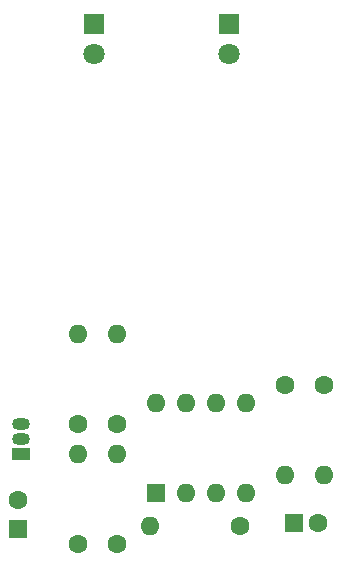
<source format=gbr>
%TF.GenerationSoftware,KiCad,Pcbnew,7.0.2*%
%TF.CreationDate,2023-06-14T17:14:45-03:00*%
%TF.ProjectId,digiKey,64696769-4b65-4792-9e6b-696361645f70,V1*%
%TF.SameCoordinates,Original*%
%TF.FileFunction,Soldermask,Top*%
%TF.FilePolarity,Negative*%
%FSLAX46Y46*%
G04 Gerber Fmt 4.6, Leading zero omitted, Abs format (unit mm)*
G04 Created by KiCad (PCBNEW 7.0.2) date 2023-06-14 17:14:45*
%MOMM*%
%LPD*%
G01*
G04 APERTURE LIST*
%ADD10R,1.500000X1.050000*%
%ADD11O,1.500000X1.050000*%
%ADD12C,1.600000*%
%ADD13O,1.600000X1.600000*%
%ADD14R,1.600000X1.600000*%
%ADD15R,1.800000X1.800000*%
%ADD16C,1.800000*%
G04 APERTURE END LIST*
D10*
%TO.C,Q1*%
X132842000Y-146304000D03*
D11*
X132842000Y-145034000D03*
X132842000Y-143764000D03*
%TD*%
D12*
%TO.C,R3*%
X151384000Y-152400000D03*
D13*
X143764000Y-152400000D03*
%TD*%
D14*
%TO.C,C2*%
X132588000Y-152654000D03*
D12*
X132588000Y-150154000D03*
%TD*%
%TO.C,R5*%
X140970000Y-143764000D03*
D13*
X140970000Y-136144000D03*
%TD*%
D12*
%TO.C,R1*%
X158496000Y-140462000D03*
D13*
X158496000Y-148082000D03*
%TD*%
D14*
%TO.C,C1*%
X155988000Y-152146000D03*
D12*
X157988000Y-152146000D03*
%TD*%
%TO.C,R7*%
X137668000Y-153924000D03*
D13*
X137668000Y-146304000D03*
%TD*%
D12*
%TO.C,R6*%
X137668000Y-143764000D03*
D13*
X137668000Y-136144000D03*
%TD*%
D12*
%TO.C,R4*%
X140970000Y-153924000D03*
D13*
X140970000Y-146304000D03*
%TD*%
D14*
%TO.C,U1*%
X144272000Y-149606000D03*
D13*
X146812000Y-149606000D03*
X149352000Y-149606000D03*
X151892000Y-149606000D03*
X151892000Y-141986000D03*
X149352000Y-141986000D03*
X146812000Y-141986000D03*
X144272000Y-141986000D03*
%TD*%
D15*
%TO.C,D1*%
X150495000Y-109855000D03*
D16*
X150495000Y-112395000D03*
%TD*%
D15*
%TO.C,D2*%
X139065000Y-109855000D03*
D16*
X139065000Y-112395000D03*
%TD*%
D12*
%TO.C,R2*%
X155194000Y-140462000D03*
D13*
X155194000Y-148082000D03*
%TD*%
M02*

</source>
